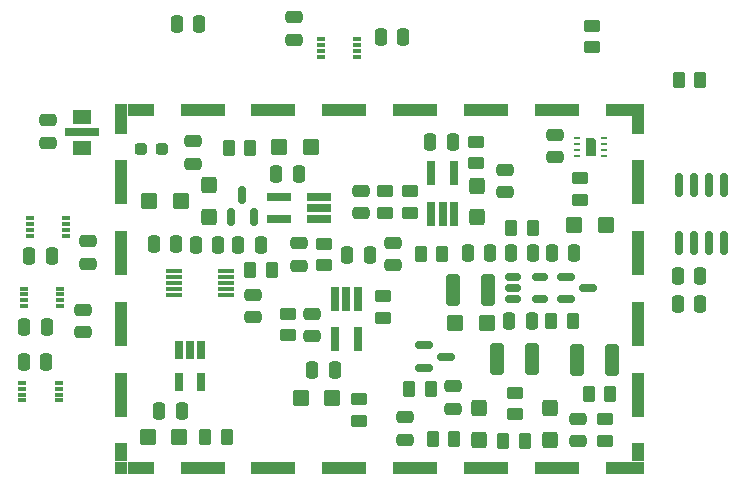
<source format=gbr>
%TF.GenerationSoftware,KiCad,Pcbnew,7.0.8-7.0.8~ubuntu23.04.1*%
%TF.CreationDate,2023-11-16T00:15:08+00:00*%
%TF.ProjectId,USTSIPIN03,55535453-4950-4494-9e30-332e6b696361,REV*%
%TF.SameCoordinates,PX66dd020PY81342c0*%
%TF.FileFunction,Paste,Bot*%
%TF.FilePolarity,Positive*%
%FSLAX46Y46*%
G04 Gerber Fmt 4.6, Leading zero omitted, Abs format (unit mm)*
G04 Created by KiCad (PCBNEW 7.0.8-7.0.8~ubuntu23.04.1) date 2023-11-16 00:15:08*
%MOMM*%
%LPD*%
G01*
G04 APERTURE LIST*
G04 Aperture macros list*
%AMRoundRect*
0 Rectangle with rounded corners*
0 $1 Rounding radius*
0 $2 $3 $4 $5 $6 $7 $8 $9 X,Y pos of 4 corners*
0 Add a 4 corners polygon primitive as box body*
4,1,4,$2,$3,$4,$5,$6,$7,$8,$9,$2,$3,0*
0 Add four circle primitives for the rounded corners*
1,1,$1+$1,$2,$3*
1,1,$1+$1,$4,$5*
1,1,$1+$1,$6,$7*
1,1,$1+$1,$8,$9*
0 Add four rect primitives between the rounded corners*
20,1,$1+$1,$2,$3,$4,$5,0*
20,1,$1+$1,$4,$5,$6,$7,0*
20,1,$1+$1,$6,$7,$8,$9,0*
20,1,$1+$1,$8,$9,$2,$3,0*%
%AMFreePoly0*
4,1,6,0.450000,-0.800000,-0.180000,-0.800000,-0.450000,-0.530000,-0.450000,0.800000,0.450000,0.800000,0.450000,-0.800000,0.450000,-0.800000,$1*%
G04 Aperture macros list end*
%ADD10RoundRect,0.250000X-0.475000X0.250000X-0.475000X-0.250000X0.475000X-0.250000X0.475000X0.250000X0*%
%ADD11R,2.000000X0.650000*%
%ADD12RoundRect,0.250000X-0.450000X-0.425000X0.450000X-0.425000X0.450000X0.425000X-0.450000X0.425000X0*%
%ADD13RoundRect,0.250000X0.250000X0.475000X-0.250000X0.475000X-0.250000X-0.475000X0.250000X-0.475000X0*%
%ADD14RoundRect,0.250000X-0.250000X-0.475000X0.250000X-0.475000X0.250000X0.475000X-0.250000X0.475000X0*%
%ADD15RoundRect,0.250000X-0.262500X-0.450000X0.262500X-0.450000X0.262500X0.450000X-0.262500X0.450000X0*%
%ADD16RoundRect,0.250000X-0.450000X0.262500X-0.450000X-0.262500X0.450000X-0.262500X0.450000X0.262500X0*%
%ADD17R,1.000000X1.000000*%
%ADD18R,1.000000X1.550000*%
%ADD19R,1.000000X3.800000*%
%ADD20R,2.300000X1.000000*%
%ADD21R,3.800000X1.000000*%
%ADD22R,0.650000X1.560000*%
%ADD23RoundRect,0.250000X0.325000X1.100000X-0.325000X1.100000X-0.325000X-1.100000X0.325000X-1.100000X0*%
%ADD24R,0.650000X2.000000*%
%ADD25R,0.800000X0.300000*%
%ADD26RoundRect,0.250000X0.450000X0.425000X-0.450000X0.425000X-0.450000X-0.425000X0.450000X-0.425000X0*%
%ADD27RoundRect,0.250000X0.475000X-0.250000X0.475000X0.250000X-0.475000X0.250000X-0.475000X-0.250000X0*%
%ADD28R,1.400000X0.300000*%
%ADD29RoundRect,0.250000X0.262500X0.450000X-0.262500X0.450000X-0.262500X-0.450000X0.262500X-0.450000X0*%
%ADD30R,1.500000X1.300000*%
%ADD31R,3.000000X0.700000*%
%ADD32RoundRect,0.150000X0.150000X-0.587500X0.150000X0.587500X-0.150000X0.587500X-0.150000X-0.587500X0*%
%ADD33RoundRect,0.250000X0.450000X-0.262500X0.450000X0.262500X-0.450000X0.262500X-0.450000X-0.262500X0*%
%ADD34RoundRect,0.250000X0.425000X-0.450000X0.425000X0.450000X-0.425000X0.450000X-0.425000X-0.450000X0*%
%ADD35RoundRect,0.250000X-0.325000X-1.100000X0.325000X-1.100000X0.325000X1.100000X-0.325000X1.100000X0*%
%ADD36RoundRect,0.250000X-0.425000X0.450000X-0.425000X-0.450000X0.425000X-0.450000X0.425000X0.450000X0*%
%ADD37RoundRect,0.150000X-0.512500X-0.150000X0.512500X-0.150000X0.512500X0.150000X-0.512500X0.150000X0*%
%ADD38RoundRect,0.237500X0.287500X0.237500X-0.287500X0.237500X-0.287500X-0.237500X0.287500X-0.237500X0*%
%ADD39FreePoly0,180.000000*%
%ADD40R,0.550000X0.250000*%
%ADD41RoundRect,0.150000X-0.587500X-0.150000X0.587500X-0.150000X0.587500X0.150000X-0.587500X0.150000X0*%
%ADD42RoundRect,0.150000X-0.150000X0.825000X-0.150000X-0.825000X0.150000X-0.825000X0.150000X0.825000X0*%
G04 APERTURE END LIST*
D10*
%TO.C,C2*%
X24841200Y38237200D03*
X24841200Y36337200D03*
%TD*%
D11*
%TO.C,U2*%
X35517400Y33545200D03*
X35517400Y32595200D03*
X35517400Y31645200D03*
X32097400Y31645200D03*
X32097400Y33545200D03*
%TD*%
D12*
%TO.C,C3*%
X32127200Y37729800D03*
X34827200Y37729800D03*
%TD*%
D13*
%TO.C,C8*%
X30566400Y29464000D03*
X28666400Y29464000D03*
%TD*%
D14*
%TO.C,C4*%
X31892200Y35490800D03*
X33792200Y35490800D03*
%TD*%
D13*
%TO.C,C7*%
X23860800Y15392400D03*
X21960800Y15392400D03*
%TD*%
D10*
%TO.C,C16*%
X33832800Y29601200D03*
X33832800Y27701200D03*
%TD*%
D15*
%TO.C,R6*%
X29694500Y27305000D03*
X31519500Y27305000D03*
%TD*%
D16*
%TO.C,R3*%
X38862000Y16381100D03*
X38862000Y14556100D03*
%TD*%
D15*
%TO.C,R2*%
X25859100Y13208000D03*
X27684100Y13208000D03*
%TD*%
D16*
%TO.C,R5*%
X35941000Y29574500D03*
X35941000Y27749500D03*
%TD*%
D17*
%TO.C,M5*%
X18740000Y40916400D03*
D18*
X18740000Y39641400D03*
D19*
X18740000Y34766400D03*
X18740000Y28766400D03*
X18740000Y22766400D03*
X18740000Y16766400D03*
D18*
X18740000Y11891400D03*
D17*
X18740000Y10616400D03*
D20*
X20390000Y40916400D03*
X20390000Y10616400D03*
D21*
X25640000Y40916400D03*
X25640000Y10616400D03*
X31640000Y40916400D03*
X31640000Y10616400D03*
X37640000Y40916400D03*
X37640000Y10616400D03*
X43640000Y40916400D03*
X43640000Y10616400D03*
X49640000Y40916400D03*
X49640000Y10616400D03*
X55640000Y40916400D03*
X55640000Y10616400D03*
D20*
X60890000Y40916400D03*
X60890000Y10616400D03*
D17*
X62540000Y40916400D03*
D18*
X62540000Y39641400D03*
D19*
X62540000Y34766400D03*
X62540000Y28766400D03*
X62540000Y22766400D03*
X62540000Y16766400D03*
D18*
X62540000Y11891400D03*
D17*
X62540000Y10616400D03*
%TD*%
D22*
%TO.C,U6*%
X23637200Y20527000D03*
X24587200Y20527000D03*
X25537200Y20527000D03*
X25537200Y17827000D03*
X23637200Y17827000D03*
%TD*%
D23*
%TO.C,C32*%
X49811200Y25628600D03*
X46861200Y25628600D03*
%TD*%
D24*
%TO.C,U9*%
X46909000Y32115800D03*
X45959000Y32115800D03*
X45009000Y32115800D03*
X45009000Y35535800D03*
X46909000Y35535800D03*
%TD*%
D13*
%TO.C,C12*%
X23429000Y29514800D03*
X21529000Y29514800D03*
%TD*%
D14*
%TO.C,C46*%
X10530800Y22479000D03*
X12430800Y22479000D03*
%TD*%
%TO.C,C18*%
X10505400Y19558000D03*
X12405400Y19558000D03*
%TD*%
D10*
%TO.C,C38*%
X12536000Y40011600D03*
X12536000Y38111600D03*
%TD*%
D25*
%TO.C,U5*%
X13488000Y17793400D03*
X13488000Y17293400D03*
X13488000Y16793400D03*
X13488000Y16293400D03*
X10388000Y16293400D03*
X10388000Y16793400D03*
X10388000Y17293400D03*
X10388000Y17793400D03*
%TD*%
D26*
%TO.C,C13*%
X36630600Y16484600D03*
X33930600Y16484600D03*
%TD*%
D15*
%TO.C,R18*%
X44096300Y28727400D03*
X45921300Y28727400D03*
%TD*%
D16*
%TO.C,R16*%
X59744800Y14704300D03*
X59744800Y12879300D03*
%TD*%
%TO.C,R19*%
X52070000Y16965300D03*
X52070000Y15140300D03*
%TD*%
D27*
%TO.C,C31*%
X41757600Y27762800D03*
X41757600Y29662800D03*
%TD*%
D25*
%TO.C,U12*%
X10997600Y30212600D03*
X10997600Y30712600D03*
X10997600Y31212600D03*
X10997600Y31712600D03*
X14097600Y31712600D03*
X14097600Y31212600D03*
X14097600Y30712600D03*
X14097600Y30212600D03*
%TD*%
D26*
%TO.C,C34*%
X49686200Y22860000D03*
X46986200Y22860000D03*
%TD*%
D28*
%TO.C,U3*%
X27650800Y27263600D03*
X27650800Y26763600D03*
X27650800Y26263600D03*
X27650800Y25763600D03*
X27650800Y25263600D03*
X23250800Y25263600D03*
X23250800Y25763600D03*
X23250800Y26263600D03*
X23250800Y26763600D03*
X23250800Y27263600D03*
%TD*%
D14*
%TO.C,C41*%
X65877400Y26822400D03*
X67777400Y26822400D03*
%TD*%
D10*
%TO.C,C15*%
X34925000Y23657600D03*
X34925000Y21757600D03*
%TD*%
%TO.C,C5*%
X51231800Y35849600D03*
X51231800Y33949600D03*
%TD*%
D23*
%TO.C,C29*%
X53519600Y19786600D03*
X50569600Y19786600D03*
%TD*%
D29*
%TO.C,R12*%
X56995700Y23012400D03*
X55170700Y23012400D03*
%TD*%
D10*
%TO.C,C48*%
X29870400Y25232400D03*
X29870400Y23332400D03*
%TD*%
%TO.C,C47*%
X15519400Y23987800D03*
X15519400Y22087800D03*
%TD*%
D29*
%TO.C,R21*%
X44958000Y17272000D03*
X43133000Y17272000D03*
%TD*%
D27*
%TO.C,C28*%
X57458800Y12841800D03*
X57458800Y14741800D03*
%TD*%
D14*
%TO.C,C10*%
X25085000Y29489400D03*
X26985000Y29489400D03*
%TD*%
D30*
%TO.C,C37*%
X15431600Y37635400D03*
D31*
X15431600Y38985400D03*
D30*
X15431600Y40335400D03*
%TD*%
D16*
%TO.C,R11*%
X48753000Y38192700D03*
X48753000Y36367700D03*
%TD*%
D29*
%TO.C,R17*%
X60145300Y16840200D03*
X58320300Y16840200D03*
%TD*%
D26*
%TO.C,C6*%
X23676600Y13233400D03*
X20976600Y13233400D03*
%TD*%
D32*
%TO.C,U1*%
X29956800Y31853900D03*
X28056800Y31853900D03*
X29006800Y33728900D03*
%TD*%
D14*
%TO.C,C33*%
X51592200Y23030200D03*
X53492200Y23030200D03*
%TD*%
D33*
%TO.C,R20*%
X41097200Y32194500D03*
X41097200Y34019500D03*
%TD*%
D13*
%TO.C,C20*%
X57123200Y28749200D03*
X55223200Y28749200D03*
%TD*%
D15*
%TO.C,R13*%
X51767100Y30861000D03*
X53592100Y30861000D03*
%TD*%
D10*
%TO.C,C43*%
X15976600Y29779000D03*
X15976600Y27879000D03*
%TD*%
D33*
%TO.C,R10*%
X57632600Y33275900D03*
X57632600Y35100900D03*
%TD*%
D27*
%TO.C,C19*%
X55517800Y36908801D03*
X55517800Y38808801D03*
%TD*%
D13*
%TO.C,C14*%
X36840200Y18846800D03*
X34940200Y18846800D03*
%TD*%
%TO.C,C39*%
X25334000Y48209200D03*
X23434000Y48209200D03*
%TD*%
D34*
%TO.C,C9*%
X26162000Y31847800D03*
X26162000Y34547800D03*
%TD*%
D14*
%TO.C,C40*%
X65877400Y24485600D03*
X67777400Y24485600D03*
%TD*%
D35*
%TO.C,C22*%
X57376800Y19685000D03*
X60326800Y19685000D03*
%TD*%
D29*
%TO.C,R1*%
X29665300Y37693600D03*
X27840300Y37693600D03*
%TD*%
D26*
%TO.C,C11*%
X23803600Y33172400D03*
X21103600Y33172400D03*
%TD*%
D10*
%TO.C,C36*%
X46863000Y17485400D03*
X46863000Y15585400D03*
%TD*%
D14*
%TO.C,C30*%
X48097400Y28752800D03*
X49997400Y28752800D03*
%TD*%
D16*
%TO.C,R22*%
X43180000Y34019500D03*
X43180000Y32194500D03*
%TD*%
D12*
%TO.C,C21*%
X57095400Y31191200D03*
X59795400Y31191200D03*
%TD*%
D36*
%TO.C,C24*%
X48854600Y34490000D03*
X48854600Y31790000D03*
%TD*%
D33*
%TO.C,R7*%
X40894000Y23293700D03*
X40894000Y25118700D03*
%TD*%
D14*
%TO.C,C44*%
X40719800Y47037200D03*
X42619800Y47037200D03*
%TD*%
D29*
%TO.C,R14*%
X46933300Y13029800D03*
X45108300Y13029800D03*
%TD*%
D16*
%TO.C,R4*%
X32904400Y23635101D03*
X32904400Y21810101D03*
%TD*%
D14*
%TO.C,C42*%
X10976400Y28495200D03*
X12876400Y28495200D03*
%TD*%
D37*
%TO.C,U8*%
X51923100Y24856400D03*
X51923100Y25806400D03*
X51923100Y26756400D03*
X54198100Y26756400D03*
X54198100Y24856400D03*
%TD*%
D27*
%TO.C,C1*%
X42803000Y12968800D03*
X42803000Y14868800D03*
%TD*%
D38*
%TO.C,L1*%
X22185600Y37602800D03*
X20435600Y37602800D03*
%TD*%
D13*
%TO.C,C17*%
X39786600Y28585800D03*
X37886600Y28585800D03*
%TD*%
D34*
%TO.C,C26*%
X49043400Y12975200D03*
X49043400Y15675200D03*
%TD*%
D27*
%TO.C,C35*%
X39014400Y32157000D03*
X39014400Y34057000D03*
%TD*%
D29*
%TO.C,R15*%
X52910300Y12902800D03*
X51085300Y12902800D03*
%TD*%
D25*
%TO.C,U14*%
X10489600Y24269000D03*
X10489600Y24769000D03*
X10489600Y25269000D03*
X10489600Y25769000D03*
X13589600Y25769000D03*
X13589600Y25269000D03*
X13589600Y24769000D03*
X13589600Y24269000D03*
%TD*%
D15*
%TO.C,R29*%
X65965700Y43408600D03*
X67790700Y43408600D03*
%TD*%
D14*
%TO.C,C25*%
X51744600Y28745200D03*
X53644600Y28745200D03*
%TD*%
D39*
%TO.C,U7*%
X58489600Y37731800D03*
D40*
X59664600Y38481800D03*
X59664600Y37981800D03*
X59664600Y37481800D03*
X59664600Y36981800D03*
X57314600Y36981800D03*
X57314600Y37481800D03*
X57314600Y37981800D03*
X57314600Y38481800D03*
%TD*%
D41*
%TO.C,Q1*%
X56364900Y24856400D03*
X56364900Y26756400D03*
X58239900Y25806400D03*
%TD*%
D42*
%TO.C,U11*%
X65938400Y34569400D03*
X67208400Y34569400D03*
X68478400Y34569400D03*
X69748400Y34569400D03*
X69748400Y29619400D03*
X68478400Y29619400D03*
X67208400Y29619400D03*
X65938400Y29619400D03*
%TD*%
D13*
%TO.C,C23*%
X46832800Y38194600D03*
X44932800Y38194600D03*
%TD*%
D41*
%TO.C,U10*%
X44350700Y19065200D03*
X44350700Y20965200D03*
X46225700Y20015200D03*
%TD*%
D34*
%TO.C,C27*%
X55045800Y12949800D03*
X55045800Y15649800D03*
%TD*%
D16*
%TO.C,R30*%
X58623200Y48029500D03*
X58623200Y46204500D03*
%TD*%
D27*
%TO.C,C45*%
X33401000Y46852800D03*
X33401000Y48752800D03*
%TD*%
D24*
%TO.C,U4*%
X36856600Y24900601D03*
X37806600Y24900601D03*
X38756600Y24900601D03*
X38756600Y21480601D03*
X36856600Y21480601D03*
%TD*%
D25*
%TO.C,U13*%
X38735600Y46876400D03*
X38735600Y46376400D03*
X38735600Y45876400D03*
X38735600Y45376400D03*
X35635600Y45376400D03*
X35635600Y45876400D03*
X35635600Y46376400D03*
X35635600Y46876400D03*
%TD*%
M02*

</source>
